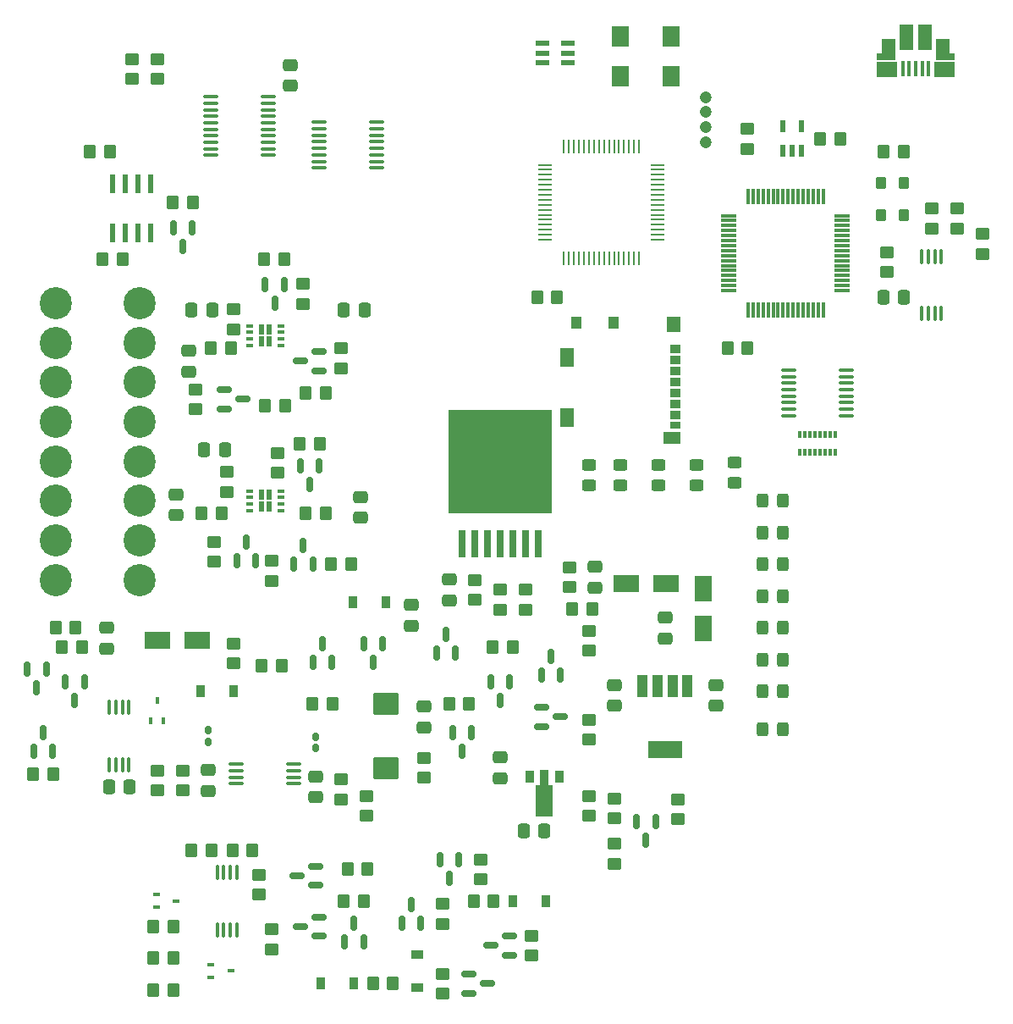
<source format=gbr>
%TF.GenerationSoftware,KiCad,Pcbnew,6.0.2+dfsg-1*%
%TF.CreationDate,2023-01-27T10:33:08-05:00*%
%TF.ProjectId,vehicle-can-collector,76656869-636c-4652-9d63-616e2d636f6c,rev?*%
%TF.SameCoordinates,Original*%
%TF.FileFunction,Paste,Top*%
%TF.FilePolarity,Positive*%
%FSLAX46Y46*%
G04 Gerber Fmt 4.6, Leading zero omitted, Abs format (unit mm)*
G04 Created by KiCad (PCBNEW 6.0.2+dfsg-1) date 2023-01-27 10:33:08*
%MOMM*%
%LPD*%
G01*
G04 APERTURE LIST*
G04 Aperture macros list*
%AMRoundRect*
0 Rectangle with rounded corners*
0 $1 Rounding radius*
0 $2 $3 $4 $5 $6 $7 $8 $9 X,Y pos of 4 corners*
0 Add a 4 corners polygon primitive as box body*
4,1,4,$2,$3,$4,$5,$6,$7,$8,$9,$2,$3,0*
0 Add four circle primitives for the rounded corners*
1,1,$1+$1,$2,$3*
1,1,$1+$1,$4,$5*
1,1,$1+$1,$6,$7*
1,1,$1+$1,$8,$9*
0 Add four rect primitives between the rounded corners*
20,1,$1+$1,$2,$3,$4,$5,0*
20,1,$1+$1,$4,$5,$6,$7,0*
20,1,$1+$1,$6,$7,$8,$9,0*
20,1,$1+$1,$8,$9,$2,$3,0*%
%AMFreePoly0*
4,1,9,3.862500,-0.866500,0.737500,-0.866500,0.737500,-0.450000,-0.737500,-0.450000,-0.737500,0.450000,0.737500,0.450000,0.737500,0.866500,3.862500,0.866500,3.862500,-0.866500,3.862500,-0.866500,$1*%
G04 Aperture macros list end*
%ADD10R,1.473200X0.279400*%
%ADD11R,0.279400X1.473200*%
%ADD12RoundRect,0.250000X0.475000X-0.337500X0.475000X0.337500X-0.475000X0.337500X-0.475000X-0.337500X0*%
%ADD13RoundRect,0.250000X0.450000X-0.325000X0.450000X0.325000X-0.450000X0.325000X-0.450000X-0.325000X0*%
%ADD14RoundRect,0.150000X-0.150000X0.587500X-0.150000X-0.587500X0.150000X-0.587500X0.150000X0.587500X0*%
%ADD15RoundRect,0.250000X-0.450000X0.350000X-0.450000X-0.350000X0.450000X-0.350000X0.450000X0.350000X0*%
%ADD16RoundRect,0.250000X0.450000X-0.350000X0.450000X0.350000X-0.450000X0.350000X-0.450000X-0.350000X0*%
%ADD17R,0.700000X0.450000*%
%ADD18RoundRect,0.250000X-0.350000X-0.450000X0.350000X-0.450000X0.350000X0.450000X-0.350000X0.450000X0*%
%ADD19RoundRect,0.160000X0.160000X-0.222500X0.160000X0.222500X-0.160000X0.222500X-0.160000X-0.222500X0*%
%ADD20RoundRect,0.250000X-0.337500X-0.475000X0.337500X-0.475000X0.337500X0.475000X-0.337500X0.475000X0*%
%ADD21R,0.508000X1.270000*%
%ADD22R,0.508000X1.981200*%
%ADD23RoundRect,0.250000X0.350000X0.450000X-0.350000X0.450000X-0.350000X-0.450000X0.350000X-0.450000X0*%
%ADD24RoundRect,0.150000X0.150000X-0.587500X0.150000X0.587500X-0.150000X0.587500X-0.150000X-0.587500X0*%
%ADD25R,0.600000X1.000000*%
%ADD26R,0.650000X0.350000*%
%ADD27RoundRect,0.250000X-0.275000X-0.350000X0.275000X-0.350000X0.275000X0.350000X-0.275000X0.350000X0*%
%ADD28R,0.300000X0.800000*%
%ADD29RoundRect,0.100000X-0.100000X0.637500X-0.100000X-0.637500X0.100000X-0.637500X0.100000X0.637500X0*%
%ADD30RoundRect,0.150000X0.587500X0.150000X-0.587500X0.150000X-0.587500X-0.150000X0.587500X-0.150000X0*%
%ADD31RoundRect,0.250000X-0.475000X0.337500X-0.475000X-0.337500X0.475000X-0.337500X0.475000X0.337500X0*%
%ADD32RoundRect,0.100000X0.637500X0.100000X-0.637500X0.100000X-0.637500X-0.100000X0.637500X-0.100000X0*%
%ADD33R,0.900000X1.200000*%
%ADD34RoundRect,0.250000X-0.325000X-0.450000X0.325000X-0.450000X0.325000X0.450000X-0.325000X0.450000X0*%
%ADD35R,2.500000X1.800000*%
%ADD36RoundRect,0.150000X-0.587500X-0.150000X0.587500X-0.150000X0.587500X0.150000X-0.587500X0.150000X0*%
%ADD37R,0.450000X0.700000*%
%ADD38RoundRect,0.100000X-0.637500X-0.100000X0.637500X-0.100000X0.637500X0.100000X-0.637500X0.100000X0*%
%ADD39R,1.800000X2.500000*%
%ADD40RoundRect,0.075000X-0.075000X0.700000X-0.075000X-0.700000X0.075000X-0.700000X0.075000X0.700000X0*%
%ADD41RoundRect,0.075000X-0.700000X0.075000X-0.700000X-0.075000X0.700000X-0.075000X0.700000X0.075000X0*%
%ADD42RoundRect,0.250000X0.337500X0.475000X-0.337500X0.475000X-0.337500X-0.475000X0.337500X-0.475000X0*%
%ADD43R,0.400000X1.650000*%
%ADD44R,2.000000X1.500000*%
%ADD45R,1.350000X2.000000*%
%ADD46R,1.825000X0.700000*%
%ADD47R,1.430000X2.500000*%
%ADD48C,3.215640*%
%ADD49RoundRect,0.250000X-1.025000X0.875000X-1.025000X-0.875000X1.025000X-0.875000X1.025000X0.875000X0*%
%ADD50R,1.200000X0.900000*%
%ADD51R,1.320800X0.558800*%
%ADD52R,1.100000X0.850000*%
%ADD53R,1.100000X0.750000*%
%ADD54R,1.000000X1.200000*%
%ADD55R,1.350000X1.550000*%
%ADD56R,1.350000X1.900000*%
%ADD57R,1.800000X1.170000*%
%ADD58R,1.000000X2.200000*%
%ADD59R,3.400000X1.800000*%
%ADD60R,0.787400X2.667000*%
%ADD61R,10.414000X10.414000*%
%ADD62C,1.206500*%
%ADD63R,1.800000X2.000000*%
%ADD64R,0.900000X1.300000*%
%ADD65FreePoly0,270.000000*%
G04 APERTURE END LIST*
D10*
%TO.C,U201*%
X137058400Y-62170000D03*
X137058400Y-61670001D03*
X137058400Y-61170000D03*
X137058400Y-60670001D03*
X137058400Y-60169999D03*
X137058400Y-59670000D03*
X137058400Y-59170001D03*
X137058400Y-58670000D03*
X137058400Y-58170000D03*
X137058400Y-57669999D03*
X137058400Y-57170000D03*
X137058400Y-56670001D03*
X137058400Y-56169999D03*
X137058400Y-55670000D03*
X137058400Y-55169999D03*
X137058400Y-54670000D03*
D11*
X135195000Y-52806600D03*
X134695001Y-52806600D03*
X134195000Y-52806600D03*
X133695001Y-52806600D03*
X133194999Y-52806600D03*
X132695000Y-52806600D03*
X132195001Y-52806600D03*
X131695000Y-52806600D03*
X131195000Y-52806600D03*
X130694999Y-52806600D03*
X130195000Y-52806600D03*
X129695001Y-52806600D03*
X129194999Y-52806600D03*
X128695000Y-52806600D03*
X128194999Y-52806600D03*
X127695000Y-52806600D03*
D10*
X125831600Y-54670000D03*
X125831600Y-55169999D03*
X125831600Y-55670000D03*
X125831600Y-56169999D03*
X125831600Y-56670001D03*
X125831600Y-57170000D03*
X125831600Y-57669999D03*
X125831600Y-58170000D03*
X125831600Y-58670000D03*
X125831600Y-59170001D03*
X125831600Y-59670000D03*
X125831600Y-60169999D03*
X125831600Y-60670001D03*
X125831600Y-61170000D03*
X125831600Y-61670001D03*
X125831600Y-62170000D03*
D11*
X127695000Y-64033400D03*
X128194999Y-64033400D03*
X128695000Y-64033400D03*
X129194999Y-64033400D03*
X129695001Y-64033400D03*
X130195000Y-64033400D03*
X130694999Y-64033400D03*
X131195000Y-64033400D03*
X131695000Y-64033400D03*
X132195001Y-64033400D03*
X132695000Y-64033400D03*
X133194999Y-64033400D03*
X133695001Y-64033400D03*
X134195000Y-64033400D03*
X134695001Y-64033400D03*
X135195000Y-64033400D03*
%TD*%
D12*
%TO.C,C503*%
X81915000Y-103040000D03*
X81915000Y-100965000D03*
%TD*%
D13*
%TO.C,D1102*%
X133350000Y-86750000D03*
X133350000Y-84700000D03*
%TD*%
D14*
%TO.C,Q508*%
X136840000Y-120347500D03*
X134940000Y-120347500D03*
X135890000Y-122222500D03*
%TD*%
D15*
%TO.C,R604*%
X105410000Y-116110000D03*
X105410000Y-118110000D03*
%TD*%
D16*
%TO.C,R508*%
X130175000Y-103235000D03*
X130175000Y-101235000D03*
%TD*%
D17*
%TO.C,D803*%
X86900000Y-127620000D03*
X86900000Y-128920000D03*
X88900000Y-128270000D03*
%TD*%
D18*
%TO.C,R801*%
X105680000Y-128270000D03*
X107680000Y-128270000D03*
%TD*%
D19*
%TO.C,D601*%
X92075000Y-112332500D03*
X92075000Y-111187500D03*
%TD*%
D20*
%TO.C,C702*%
X105642500Y-69215000D03*
X107717500Y-69215000D03*
%TD*%
D16*
%TO.C,R713*%
X98425000Y-96250000D03*
X98425000Y-94250000D03*
%TD*%
D21*
%TO.C,U203*%
X149544999Y-53289200D03*
X150495000Y-53289200D03*
X151445001Y-53289200D03*
X151445001Y-50850800D03*
X149544999Y-50850800D03*
%TD*%
D22*
%TO.C,U705*%
X86360000Y-56591200D03*
X85090000Y-56591200D03*
X83820000Y-56591200D03*
X82550000Y-56591200D03*
X82550000Y-61518800D03*
X83820000Y-61518800D03*
X85090000Y-61518800D03*
X86360000Y-61518800D03*
%TD*%
D15*
%TO.C,R501*%
X94615000Y-102505000D03*
X94615000Y-104505000D03*
%TD*%
D16*
%TO.C,R806*%
X97155000Y-127635000D03*
X97155000Y-125635000D03*
%TD*%
D23*
%TO.C,R702*%
X103870000Y-89535000D03*
X101870000Y-89535000D03*
%TD*%
D24*
%TO.C,Q705*%
X94935000Y-94282500D03*
X96835000Y-94282500D03*
X95885000Y-92407500D03*
%TD*%
D25*
%TO.C,U702*%
X98177500Y-71155000D03*
X97402500Y-72355000D03*
X97402500Y-71155000D03*
X98177500Y-72355000D03*
D26*
X99340000Y-72730000D03*
X99340000Y-72080000D03*
X99340000Y-71430000D03*
X99340000Y-70780000D03*
X96240000Y-70780000D03*
X96240000Y-71430000D03*
X96240000Y-72080000D03*
X96240000Y-72730000D03*
%TD*%
D16*
%TO.C,R514*%
X130175000Y-119745000D03*
X130175000Y-117745000D03*
%TD*%
D14*
%TO.C,Q506*%
X122235000Y-106377500D03*
X120335000Y-106377500D03*
X121285000Y-108252500D03*
%TD*%
D23*
%TO.C,R707*%
X94345000Y-73025000D03*
X92345000Y-73025000D03*
%TD*%
%TO.C,R802*%
X110585000Y-136525000D03*
X108585000Y-136525000D03*
%TD*%
D27*
%TO.C,L301*%
X159385000Y-56515000D03*
X161685000Y-56515000D03*
%TD*%
D28*
%TO.C,RN1101*%
X154805000Y-81650000D03*
X154305000Y-81650000D03*
X153805000Y-81650000D03*
X153305000Y-81650000D03*
X152805000Y-81650000D03*
X152305000Y-81650000D03*
X151805000Y-81650000D03*
X151305000Y-81650000D03*
X151305000Y-83450000D03*
X151805000Y-83450000D03*
X152305000Y-83450000D03*
X152805000Y-83450000D03*
X153305000Y-83450000D03*
X153805000Y-83450000D03*
X154305000Y-83450000D03*
X154805000Y-83450000D03*
%TD*%
D16*
%TO.C,R308*%
X169545000Y-63595000D03*
X169545000Y-61595000D03*
%TD*%
D29*
%TO.C,U302*%
X165440000Y-63812500D03*
X164790000Y-63812500D03*
X164140000Y-63812500D03*
X163490000Y-63812500D03*
X163490000Y-69537500D03*
X164140000Y-69537500D03*
X164790000Y-69537500D03*
X165440000Y-69537500D03*
%TD*%
D30*
%TO.C,Q803*%
X122222500Y-133665000D03*
X122222500Y-131765000D03*
X120347500Y-132715000D03*
%TD*%
D15*
%TO.C,R202*%
X146050000Y-51070000D03*
X146050000Y-53070000D03*
%TD*%
D31*
%TO.C,C507*%
X116205000Y-96117500D03*
X116205000Y-98192500D03*
%TD*%
D32*
%TO.C,U1101*%
X155917500Y-79745000D03*
X155917500Y-79095000D03*
X155917500Y-78445000D03*
X155917500Y-77795000D03*
X155917500Y-77145000D03*
X155917500Y-76495000D03*
X155917500Y-75845000D03*
X155917500Y-75195000D03*
X150192500Y-75195000D03*
X150192500Y-75845000D03*
X150192500Y-76495000D03*
X150192500Y-77145000D03*
X150192500Y-77795000D03*
X150192500Y-78445000D03*
X150192500Y-79095000D03*
X150192500Y-79745000D03*
%TD*%
D33*
%TO.C,D502*%
X106555000Y-98425000D03*
X109855000Y-98425000D03*
%TD*%
D18*
%TO.C,R504*%
X120555000Y-102870000D03*
X122555000Y-102870000D03*
%TD*%
D34*
%TO.C,D1106*%
X147565000Y-100965000D03*
X149615000Y-100965000D03*
%TD*%
D30*
%TO.C,Q802*%
X103172500Y-131760000D03*
X103172500Y-129860000D03*
X101297500Y-130810000D03*
%TD*%
D35*
%TO.C,D505*%
X137890000Y-96520000D03*
X133890000Y-96520000D03*
%TD*%
D24*
%TO.C,Q507*%
X114935000Y-103505000D03*
X116835000Y-103505000D03*
X115885000Y-101630000D03*
%TD*%
D15*
%TO.C,R507*%
X130175000Y-110125000D03*
X130175000Y-112125000D03*
%TD*%
D31*
%TO.C,C601*%
X92075000Y-115167500D03*
X92075000Y-117242500D03*
%TD*%
D16*
%TO.C,R307*%
X160020000Y-65405000D03*
X160020000Y-63405000D03*
%TD*%
D31*
%TO.C,C506*%
X137795000Y-99927500D03*
X137795000Y-102002500D03*
%TD*%
D23*
%TO.C,R709*%
X103235000Y-82550000D03*
X101235000Y-82550000D03*
%TD*%
D18*
%TO.C,R719*%
X80280000Y-53340000D03*
X82280000Y-53340000D03*
%TD*%
D24*
%TO.C,Q505*%
X125415000Y-105712500D03*
X127315000Y-105712500D03*
X126365000Y-103837500D03*
%TD*%
D30*
%TO.C,Q801*%
X102840000Y-126680000D03*
X102840000Y-124780000D03*
X100965000Y-125730000D03*
%TD*%
D36*
%TO.C,Q804*%
X118140000Y-135575000D03*
X118140000Y-137475000D03*
X120015000Y-136525000D03*
%TD*%
D37*
%TO.C,D901*%
X86345000Y-110220000D03*
X87645000Y-110220000D03*
X86995000Y-108220000D03*
%TD*%
D31*
%TO.C,C502*%
X113665000Y-108817500D03*
X113665000Y-110892500D03*
%TD*%
D16*
%TO.C,R512*%
X121285000Y-99155000D03*
X121285000Y-97155000D03*
%TD*%
D14*
%TO.C,Q501*%
X109535000Y-102567500D03*
X107635000Y-102567500D03*
X108585000Y-104442500D03*
%TD*%
%TO.C,Q707*%
X90485000Y-60990000D03*
X88585000Y-60990000D03*
X89535000Y-62865000D03*
%TD*%
D23*
%TO.C,R201*%
X155305000Y-52070000D03*
X153305000Y-52070000D03*
%TD*%
D34*
%TO.C,D1108*%
X147565000Y-94615000D03*
X149615000Y-94615000D03*
%TD*%
D38*
%TO.C,U601*%
X94927500Y-114595000D03*
X94927500Y-115245000D03*
X94927500Y-115895000D03*
X94927500Y-116545000D03*
X100652500Y-116545000D03*
X100652500Y-115895000D03*
X100652500Y-115245000D03*
X100652500Y-114595000D03*
%TD*%
D15*
%TO.C,R506*%
X113665000Y-113935000D03*
X113665000Y-115935000D03*
%TD*%
D23*
%TO.C,R505*%
X104505000Y-108585000D03*
X102505000Y-108585000D03*
%TD*%
D20*
%TO.C,C901*%
X82147500Y-116840000D03*
X84222500Y-116840000D03*
%TD*%
D12*
%TO.C,C508*%
X121285000Y-115972500D03*
X121285000Y-113897500D03*
%TD*%
D15*
%TO.C,R813*%
X98425000Y-131080000D03*
X98425000Y-133080000D03*
%TD*%
%TO.C,R513*%
X123825000Y-97155000D03*
X123825000Y-99155000D03*
%TD*%
D24*
%TO.C,Q806*%
X111445000Y-130477500D03*
X113345000Y-130477500D03*
X112395000Y-128602500D03*
%TD*%
D39*
%TO.C,D504*%
X141605000Y-97060000D03*
X141605000Y-101060000D03*
%TD*%
D23*
%TO.C,R701*%
X106410000Y-94615000D03*
X104410000Y-94615000D03*
%TD*%
D16*
%TO.C,R811*%
X115570000Y-130540000D03*
X115570000Y-128540000D03*
%TD*%
%TO.C,R714*%
X92710000Y-94345000D03*
X92710000Y-92345000D03*
%TD*%
D12*
%TO.C,C505*%
X130810000Y-96922500D03*
X130810000Y-94847500D03*
%TD*%
D27*
%TO.C,L302*%
X159385000Y-59690000D03*
X161685000Y-59690000D03*
%TD*%
D14*
%TO.C,Q703*%
X103185000Y-84787500D03*
X101285000Y-84787500D03*
X102235000Y-86662500D03*
%TD*%
D16*
%TO.C,R703*%
X105410000Y-75025000D03*
X105410000Y-73025000D03*
%TD*%
D18*
%TO.C,R807*%
X90440000Y-123190000D03*
X92440000Y-123190000D03*
%TD*%
D23*
%TO.C,R716*%
X99790000Y-78740000D03*
X97790000Y-78740000D03*
%TD*%
D14*
%TO.C,Q503*%
X118425000Y-111457500D03*
X116525000Y-111457500D03*
X117475000Y-113332500D03*
%TD*%
D34*
%TO.C,D1104*%
X147565000Y-107315000D03*
X149615000Y-107315000D03*
%TD*%
D23*
%TO.C,R704*%
X103870000Y-77470000D03*
X101870000Y-77470000D03*
%TD*%
%TO.C,R722*%
X90535000Y-58420000D03*
X88535000Y-58420000D03*
%TD*%
D18*
%TO.C,R503*%
X116205000Y-108585000D03*
X118205000Y-108585000D03*
%TD*%
D15*
%TO.C,R803*%
X124460000Y-131715000D03*
X124460000Y-133715000D03*
%TD*%
D13*
%TO.C,D1101*%
X130175000Y-86750000D03*
X130175000Y-84700000D03*
%TD*%
D29*
%TO.C,U801*%
X94955000Y-125407500D03*
X94305000Y-125407500D03*
X93655000Y-125407500D03*
X93005000Y-125407500D03*
X93005000Y-131132500D03*
X93655000Y-131132500D03*
X94305000Y-131132500D03*
X94955000Y-131132500D03*
%TD*%
D15*
%TO.C,R515*%
X132715000Y-118015000D03*
X132715000Y-120015000D03*
%TD*%
D13*
%TO.C,D1113*%
X140970000Y-86750000D03*
X140970000Y-84700000D03*
%TD*%
D20*
%TO.C,C301*%
X159617500Y-67945000D03*
X161692500Y-67945000D03*
%TD*%
D18*
%TO.C,R510*%
X128540000Y-99060000D03*
X130540000Y-99060000D03*
%TD*%
D40*
%TO.C,U301*%
X153610000Y-57825000D03*
X153110000Y-57825000D03*
X152610000Y-57825000D03*
X152110000Y-57825000D03*
X151610000Y-57825000D03*
X151110000Y-57825000D03*
X150610000Y-57825000D03*
X150110000Y-57825000D03*
X149610000Y-57825000D03*
X149110000Y-57825000D03*
X148610000Y-57825000D03*
X148110000Y-57825000D03*
X147610000Y-57825000D03*
X147110000Y-57825000D03*
X146610000Y-57825000D03*
X146110000Y-57825000D03*
D41*
X144185000Y-59750000D03*
X144185000Y-60250000D03*
X144185000Y-60750000D03*
X144185000Y-61250000D03*
X144185000Y-61750000D03*
X144185000Y-62250000D03*
X144185000Y-62750000D03*
X144185000Y-63250000D03*
X144185000Y-63750000D03*
X144185000Y-64250000D03*
X144185000Y-64750000D03*
X144185000Y-65250000D03*
X144185000Y-65750000D03*
X144185000Y-66250000D03*
X144185000Y-66750000D03*
X144185000Y-67250000D03*
D40*
X146110000Y-69175000D03*
X146610000Y-69175000D03*
X147110000Y-69175000D03*
X147610000Y-69175000D03*
X148110000Y-69175000D03*
X148610000Y-69175000D03*
X149110000Y-69175000D03*
X149610000Y-69175000D03*
X150110000Y-69175000D03*
X150610000Y-69175000D03*
X151110000Y-69175000D03*
X151610000Y-69175000D03*
X152110000Y-69175000D03*
X152610000Y-69175000D03*
X153110000Y-69175000D03*
X153610000Y-69175000D03*
D41*
X155535000Y-67250000D03*
X155535000Y-66750000D03*
X155535000Y-66250000D03*
X155535000Y-65750000D03*
X155535000Y-65250000D03*
X155535000Y-64750000D03*
X155535000Y-64250000D03*
X155535000Y-63750000D03*
X155535000Y-63250000D03*
X155535000Y-62750000D03*
X155535000Y-62250000D03*
X155535000Y-61750000D03*
X155535000Y-61250000D03*
X155535000Y-60750000D03*
X155535000Y-60250000D03*
X155535000Y-59750000D03*
%TD*%
D15*
%TO.C,R509*%
X128270000Y-94885000D03*
X128270000Y-96885000D03*
%TD*%
D17*
%TO.C,D805*%
X92345000Y-134605000D03*
X92345000Y-135905000D03*
X94345000Y-135255000D03*
%TD*%
D30*
%TO.C,Q702*%
X103172500Y-75245000D03*
X103172500Y-73345000D03*
X101297500Y-74295000D03*
%TD*%
D15*
%TO.C,R805*%
X115570000Y-135525000D03*
X115570000Y-137525000D03*
%TD*%
D42*
%TO.C,C509*%
X125730000Y-121285000D03*
X123655000Y-121285000D03*
%TD*%
D24*
%TO.C,Q904*%
X74615000Y-113332500D03*
X76515000Y-113332500D03*
X75565000Y-111457500D03*
%TD*%
D18*
%TO.C,R809*%
X94520000Y-123190000D03*
X96520000Y-123190000D03*
%TD*%
D42*
%TO.C,C706*%
X92477500Y-69215000D03*
X90402500Y-69215000D03*
%TD*%
D43*
%TO.C,J302*%
X164185000Y-45060000D03*
X163535000Y-45060000D03*
X162885000Y-45060000D03*
X162235000Y-45060000D03*
X161585000Y-45060000D03*
D44*
X165735000Y-45160000D03*
D45*
X160135000Y-43110000D03*
D46*
X159885000Y-43860000D03*
D45*
X165615000Y-43110000D03*
D47*
X161925000Y-41910000D03*
D44*
X159985000Y-45180000D03*
D47*
X163845000Y-41910000D03*
D46*
X165835000Y-43860000D03*
%TD*%
D16*
%TO.C,R601*%
X86995000Y-117205000D03*
X86995000Y-115205000D03*
%TD*%
D34*
%TO.C,D1105*%
X147565000Y-104140000D03*
X149615000Y-104140000D03*
%TD*%
D14*
%TO.C,Q704*%
X99695000Y-66675000D03*
X97795000Y-66675000D03*
X98745000Y-68550000D03*
%TD*%
D31*
%TO.C,C603*%
X102870000Y-115802500D03*
X102870000Y-117877500D03*
%TD*%
D14*
%TO.C,Q807*%
X117155000Y-124157500D03*
X115255000Y-124157500D03*
X116205000Y-126032500D03*
%TD*%
D23*
%TO.C,F501*%
X78835000Y-100965000D03*
X76835000Y-100965000D03*
%TD*%
D16*
%TO.C,R603*%
X107950000Y-119745000D03*
X107950000Y-117745000D03*
%TD*%
D31*
%TO.C,C511*%
X142875000Y-106680000D03*
X142875000Y-108755000D03*
%TD*%
D15*
%TO.C,R712*%
X101600000Y-66580000D03*
X101600000Y-68580000D03*
%TD*%
D36*
%TO.C,Q504*%
X125427500Y-108905000D03*
X125427500Y-110805000D03*
X127302500Y-109855000D03*
%TD*%
D12*
%TO.C,C705*%
X90170000Y-75332500D03*
X90170000Y-73257500D03*
%TD*%
D23*
%TO.C,R720*%
X83550000Y-64135000D03*
X81550000Y-64135000D03*
%TD*%
D48*
%TO.C,J401*%
X85234780Y-68519040D03*
X85234780Y-72468740D03*
X85234780Y-76418440D03*
X85234780Y-80368140D03*
X85234780Y-84315300D03*
X85234780Y-88265000D03*
X85234780Y-92214700D03*
X85234780Y-96166940D03*
X76835000Y-68519040D03*
X76835000Y-72468740D03*
X76835000Y-76418440D03*
X76835000Y-80368140D03*
X76835000Y-84315300D03*
X76835000Y-88265000D03*
X76835000Y-92214700D03*
X76835000Y-96166940D03*
%TD*%
D15*
%TO.C,R516*%
X139065000Y-118110000D03*
X139065000Y-120110000D03*
%TD*%
D34*
%TO.C,D1109*%
X147565000Y-91440000D03*
X149615000Y-91440000D03*
%TD*%
D15*
%TO.C,R306*%
X167005000Y-59055000D03*
X167005000Y-61055000D03*
%TD*%
D16*
%TO.C,R717*%
X86995000Y-46085000D03*
X86995000Y-44085000D03*
%TD*%
D12*
%TO.C,C701*%
X107315000Y-89937500D03*
X107315000Y-87862500D03*
%TD*%
D29*
%TO.C,U901*%
X84160000Y-108897500D03*
X83510000Y-108897500D03*
X82860000Y-108897500D03*
X82210000Y-108897500D03*
X82210000Y-114622500D03*
X82860000Y-114622500D03*
X83510000Y-114622500D03*
X84160000Y-114622500D03*
%TD*%
D23*
%TO.C,R711*%
X99695000Y-64135000D03*
X97695000Y-64135000D03*
%TD*%
D33*
%TO.C,D804*%
X122555000Y-128270000D03*
X125855000Y-128270000D03*
%TD*%
D25*
%TO.C,U701*%
X97402500Y-88865000D03*
X97402500Y-87665000D03*
X98177500Y-88865000D03*
X98177500Y-87665000D03*
D26*
X99340000Y-89240000D03*
X99340000Y-88590000D03*
X99340000Y-87940000D03*
X99340000Y-87290000D03*
X96240000Y-87290000D03*
X96240000Y-87940000D03*
X96240000Y-88590000D03*
X96240000Y-89240000D03*
%TD*%
D23*
%TO.C,R705*%
X93440000Y-89535000D03*
X91440000Y-89535000D03*
%TD*%
D24*
%TO.C,Q805*%
X105730000Y-132382500D03*
X107630000Y-132382500D03*
X106680000Y-130507500D03*
%TD*%
D16*
%TO.C,R706*%
X93980000Y-87360000D03*
X93980000Y-85360000D03*
%TD*%
D33*
%TO.C,D503*%
X94615000Y-107315000D03*
X91315000Y-107315000D03*
%TD*%
D15*
%TO.C,R602*%
X89535000Y-115205000D03*
X89535000Y-117205000D03*
%TD*%
%TO.C,R812*%
X119380000Y-124095000D03*
X119380000Y-126095000D03*
%TD*%
D13*
%TO.C,D1111*%
X137160000Y-86750000D03*
X137160000Y-84700000D03*
%TD*%
D18*
%TO.C,R815*%
X86630000Y-137160000D03*
X88630000Y-137160000D03*
%TD*%
D31*
%TO.C,C512*%
X132715000Y-106680000D03*
X132715000Y-108755000D03*
%TD*%
D18*
%TO.C,R907*%
X74565000Y-115570000D03*
X76565000Y-115570000D03*
%TD*%
D19*
%TO.C,D602*%
X102870000Y-112967500D03*
X102870000Y-111822500D03*
%TD*%
D15*
%TO.C,R718*%
X84455000Y-44085000D03*
X84455000Y-46085000D03*
%TD*%
D49*
%TO.C,C501*%
X109855000Y-108585000D03*
X109855000Y-114985000D03*
%TD*%
D50*
%TO.C,D801*%
X113030000Y-136905000D03*
X113030000Y-133605000D03*
%TD*%
D16*
%TO.C,R708*%
X94615000Y-71120000D03*
X94615000Y-69120000D03*
%TD*%
D51*
%TO.C,U202*%
X128098550Y-44447501D03*
X128098550Y-43497500D03*
X128098550Y-42547499D03*
X125507750Y-42547499D03*
X125507750Y-43497500D03*
X125507750Y-44447501D03*
%TD*%
D38*
%TO.C,U704*%
X103182500Y-50430000D03*
X103182500Y-51080000D03*
X103182500Y-51730000D03*
X103182500Y-52380000D03*
X103182500Y-53030000D03*
X103182500Y-53680000D03*
X103182500Y-54330000D03*
X103182500Y-54980000D03*
X108907500Y-54980000D03*
X108907500Y-54330000D03*
X108907500Y-53680000D03*
X108907500Y-53030000D03*
X108907500Y-52380000D03*
X108907500Y-51730000D03*
X108907500Y-51080000D03*
X108907500Y-50430000D03*
%TD*%
D23*
%TO.C,R814*%
X88630000Y-133985000D03*
X86630000Y-133985000D03*
%TD*%
D36*
%TO.C,Q706*%
X93677500Y-77155000D03*
X93677500Y-79055000D03*
X95552500Y-78105000D03*
%TD*%
D52*
%TO.C,J301*%
X138800000Y-73095000D03*
X138800000Y-74195000D03*
X138800000Y-75295000D03*
X138800000Y-76395000D03*
X138800000Y-77495000D03*
X138800000Y-78595000D03*
X138800000Y-79695000D03*
D53*
X138800000Y-80745000D03*
D54*
X132650000Y-70460000D03*
X128950000Y-70460000D03*
D55*
X138675000Y-70635000D03*
D56*
X127975000Y-79930000D03*
X127975000Y-73960000D03*
D57*
X138450000Y-81955000D03*
%TD*%
D15*
%TO.C,R710*%
X99060000Y-83455000D03*
X99060000Y-85455000D03*
%TD*%
D23*
%TO.C,R502*%
X99425000Y-104775000D03*
X97425000Y-104775000D03*
%TD*%
D58*
%TO.C,U503*%
X140045000Y-106805000D03*
X138545000Y-106805000D03*
X137045000Y-106805000D03*
X135545000Y-106805000D03*
D59*
X137795000Y-113105000D03*
%TD*%
D60*
%TO.C,U501*%
X117475000Y-92544900D03*
X118745000Y-92544900D03*
X120015000Y-92544900D03*
X121285000Y-92544900D03*
X122555000Y-92544900D03*
X123825000Y-92544900D03*
X125095000Y-92544900D03*
D61*
X121285000Y-84302600D03*
%TD*%
D23*
%TO.C,R302*%
X161655000Y-53340000D03*
X159655000Y-53340000D03*
%TD*%
D15*
%TO.C,R304*%
X164465000Y-59055000D03*
X164465000Y-61055000D03*
%TD*%
D24*
%TO.C,Q502*%
X102555000Y-104442500D03*
X104455000Y-104442500D03*
X103505000Y-102567500D03*
%TD*%
D31*
%TO.C,C707*%
X100330000Y-44682500D03*
X100330000Y-46757500D03*
%TD*%
%TO.C,C504*%
X112395000Y-98657500D03*
X112395000Y-100732500D03*
%TD*%
D42*
%TO.C,C704*%
X93747500Y-83185000D03*
X91672500Y-83185000D03*
%TD*%
D24*
%TO.C,Q701*%
X100650000Y-94585000D03*
X102550000Y-94585000D03*
X101600000Y-92710000D03*
%TD*%
D15*
%TO.C,R511*%
X118745000Y-96155000D03*
X118745000Y-98155000D03*
%TD*%
D18*
%TO.C,R305*%
X144050000Y-73025000D03*
X146050000Y-73025000D03*
%TD*%
D62*
%TO.C,J304*%
X141889480Y-47914560D03*
X141889480Y-49413160D03*
X141889480Y-50914300D03*
X141889480Y-52412900D03*
%TD*%
D38*
%TO.C,U703*%
X92387500Y-47875000D03*
X92387500Y-48525000D03*
X92387500Y-49175000D03*
X92387500Y-49825000D03*
X92387500Y-50475000D03*
X92387500Y-51125000D03*
X92387500Y-51775000D03*
X92387500Y-52425000D03*
X92387500Y-53075000D03*
X92387500Y-53725000D03*
X98112500Y-53725000D03*
X98112500Y-53075000D03*
X98112500Y-52425000D03*
X98112500Y-51775000D03*
X98112500Y-51125000D03*
X98112500Y-50475000D03*
X98112500Y-49825000D03*
X98112500Y-49175000D03*
X98112500Y-48525000D03*
X98112500Y-47875000D03*
%TD*%
D14*
%TO.C,Q903*%
X75880000Y-105107500D03*
X73980000Y-105107500D03*
X74930000Y-106982500D03*
%TD*%
D23*
%TO.C,R901*%
X79470000Y-102870000D03*
X77470000Y-102870000D03*
%TD*%
D34*
%TO.C,D1103*%
X147565000Y-111125000D03*
X149615000Y-111125000D03*
%TD*%
D35*
%TO.C,D501*%
X90995000Y-102235000D03*
X86995000Y-102235000D03*
%TD*%
D34*
%TO.C,D1110*%
X147565000Y-88265000D03*
X149615000Y-88265000D03*
%TD*%
D31*
%TO.C,C703*%
X88900000Y-87630000D03*
X88900000Y-89705000D03*
%TD*%
D18*
%TO.C,R301*%
X125000000Y-67945000D03*
X127000000Y-67945000D03*
%TD*%
D13*
%TO.C,D1112*%
X144780000Y-86480000D03*
X144780000Y-84430000D03*
%TD*%
D14*
%TO.C,Q902*%
X79690000Y-106377500D03*
X77790000Y-106377500D03*
X78740000Y-108252500D03*
%TD*%
D23*
%TO.C,R804*%
X108045000Y-125095000D03*
X106045000Y-125095000D03*
%TD*%
D63*
%TO.C,X201*%
X138430000Y-41815000D03*
X133350000Y-41815000D03*
X133350000Y-45815000D03*
X138430000Y-45815000D03*
%TD*%
D15*
%TO.C,R715*%
X90805000Y-77105000D03*
X90805000Y-79105000D03*
%TD*%
D23*
%TO.C,R808*%
X88630000Y-130810000D03*
X86630000Y-130810000D03*
%TD*%
%TO.C,R810*%
X120650000Y-128270000D03*
X118650000Y-128270000D03*
%TD*%
D33*
%TO.C,D802*%
X103380000Y-136525000D03*
X106680000Y-136525000D03*
%TD*%
D34*
%TO.C,D1107*%
X147565000Y-97790000D03*
X149615000Y-97790000D03*
%TD*%
D64*
%TO.C,U502*%
X127230000Y-115825000D03*
D65*
X125730000Y-115912500D03*
D64*
X124230000Y-115825000D03*
%TD*%
D15*
%TO.C,R517*%
X132715000Y-122555000D03*
X132715000Y-124555000D03*
%TD*%
M02*

</source>
